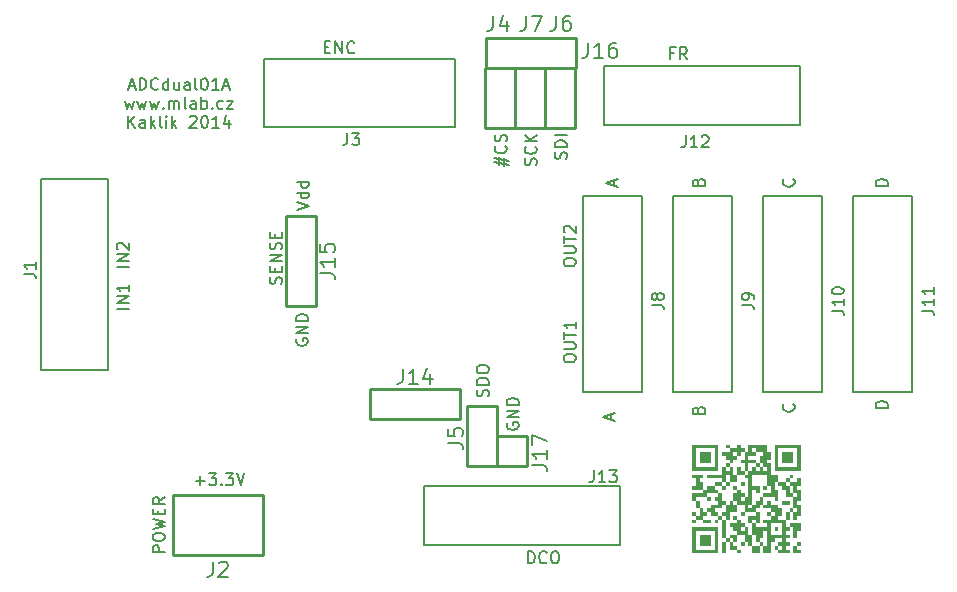
<source format=gto>
%FSLAX34Y34*%
G04 Gerber Fmt 3.4, Leading zero omitted, Abs format*
G04 (created by PCBNEW (2014-jan-25)-product) date Wed 19 Mar 2014 12:35:52 CET*
%MOIN*%
G01*
G70*
G90*
G04 APERTURE LIST*
%ADD10C,0.005906*%
%ADD11C,0.007874*%
%ADD12C,0.000100*%
%ADD13C,0.010000*%
%ADD14C,0.008000*%
G04 APERTURE END LIST*
G54D10*
G54D11*
X40891Y-40085D02*
X41078Y-40085D01*
X40853Y-40198D02*
X40985Y-39804D01*
X41116Y-40198D01*
X41247Y-40198D02*
X41247Y-39804D01*
X41341Y-39804D01*
X41397Y-39823D01*
X41435Y-39860D01*
X41453Y-39898D01*
X41472Y-39973D01*
X41472Y-40029D01*
X41453Y-40104D01*
X41435Y-40141D01*
X41397Y-40179D01*
X41341Y-40198D01*
X41247Y-40198D01*
X41866Y-40160D02*
X41847Y-40179D01*
X41791Y-40198D01*
X41753Y-40198D01*
X41697Y-40179D01*
X41660Y-40141D01*
X41641Y-40104D01*
X41622Y-40029D01*
X41622Y-39973D01*
X41641Y-39898D01*
X41660Y-39860D01*
X41697Y-39823D01*
X41753Y-39804D01*
X41791Y-39804D01*
X41847Y-39823D01*
X41866Y-39841D01*
X42203Y-40198D02*
X42203Y-39804D01*
X42203Y-40179D02*
X42166Y-40198D01*
X42091Y-40198D01*
X42053Y-40179D01*
X42035Y-40160D01*
X42016Y-40123D01*
X42016Y-40010D01*
X42035Y-39973D01*
X42053Y-39954D01*
X42091Y-39935D01*
X42166Y-39935D01*
X42203Y-39954D01*
X42560Y-39935D02*
X42560Y-40198D01*
X42391Y-39935D02*
X42391Y-40141D01*
X42410Y-40179D01*
X42447Y-40198D01*
X42503Y-40198D01*
X42541Y-40179D01*
X42560Y-40160D01*
X42916Y-40198D02*
X42916Y-39991D01*
X42897Y-39954D01*
X42859Y-39935D01*
X42784Y-39935D01*
X42747Y-39954D01*
X42916Y-40179D02*
X42878Y-40198D01*
X42784Y-40198D01*
X42747Y-40179D01*
X42728Y-40141D01*
X42728Y-40104D01*
X42747Y-40066D01*
X42784Y-40048D01*
X42878Y-40048D01*
X42916Y-40029D01*
X43159Y-40198D02*
X43122Y-40179D01*
X43103Y-40141D01*
X43103Y-39804D01*
X43384Y-39804D02*
X43422Y-39804D01*
X43459Y-39823D01*
X43478Y-39841D01*
X43497Y-39879D01*
X43516Y-39954D01*
X43516Y-40048D01*
X43497Y-40123D01*
X43478Y-40160D01*
X43459Y-40179D01*
X43422Y-40198D01*
X43384Y-40198D01*
X43347Y-40179D01*
X43328Y-40160D01*
X43309Y-40123D01*
X43291Y-40048D01*
X43291Y-39954D01*
X43309Y-39879D01*
X43328Y-39841D01*
X43347Y-39823D01*
X43384Y-39804D01*
X43891Y-40198D02*
X43666Y-40198D01*
X43778Y-40198D02*
X43778Y-39804D01*
X43741Y-39860D01*
X43703Y-39898D01*
X43666Y-39916D01*
X44041Y-40085D02*
X44228Y-40085D01*
X44003Y-40198D02*
X44134Y-39804D01*
X44266Y-40198D01*
X40760Y-40565D02*
X40835Y-40828D01*
X40910Y-40640D01*
X40985Y-40828D01*
X41060Y-40565D01*
X41172Y-40565D02*
X41247Y-40828D01*
X41322Y-40640D01*
X41397Y-40828D01*
X41472Y-40565D01*
X41585Y-40565D02*
X41660Y-40828D01*
X41735Y-40640D01*
X41810Y-40828D01*
X41885Y-40565D01*
X42035Y-40790D02*
X42053Y-40809D01*
X42035Y-40828D01*
X42016Y-40809D01*
X42035Y-40790D01*
X42035Y-40828D01*
X42222Y-40828D02*
X42222Y-40565D01*
X42222Y-40603D02*
X42241Y-40584D01*
X42278Y-40565D01*
X42335Y-40565D01*
X42372Y-40584D01*
X42391Y-40621D01*
X42391Y-40828D01*
X42391Y-40621D02*
X42410Y-40584D01*
X42447Y-40565D01*
X42503Y-40565D01*
X42541Y-40584D01*
X42560Y-40621D01*
X42560Y-40828D01*
X42803Y-40828D02*
X42766Y-40809D01*
X42747Y-40771D01*
X42747Y-40434D01*
X43122Y-40828D02*
X43122Y-40621D01*
X43103Y-40584D01*
X43066Y-40565D01*
X42991Y-40565D01*
X42953Y-40584D01*
X43122Y-40809D02*
X43084Y-40828D01*
X42991Y-40828D01*
X42953Y-40809D01*
X42934Y-40771D01*
X42934Y-40734D01*
X42953Y-40696D01*
X42991Y-40678D01*
X43084Y-40678D01*
X43122Y-40659D01*
X43309Y-40828D02*
X43309Y-40434D01*
X43309Y-40584D02*
X43347Y-40565D01*
X43422Y-40565D01*
X43459Y-40584D01*
X43478Y-40603D01*
X43497Y-40640D01*
X43497Y-40753D01*
X43478Y-40790D01*
X43459Y-40809D01*
X43422Y-40828D01*
X43347Y-40828D01*
X43309Y-40809D01*
X43666Y-40790D02*
X43684Y-40809D01*
X43666Y-40828D01*
X43647Y-40809D01*
X43666Y-40790D01*
X43666Y-40828D01*
X44022Y-40809D02*
X43984Y-40828D01*
X43909Y-40828D01*
X43872Y-40809D01*
X43853Y-40790D01*
X43834Y-40753D01*
X43834Y-40640D01*
X43853Y-40603D01*
X43872Y-40584D01*
X43909Y-40565D01*
X43984Y-40565D01*
X44022Y-40584D01*
X44153Y-40565D02*
X44359Y-40565D01*
X44153Y-40828D01*
X44359Y-40828D01*
X40863Y-41458D02*
X40863Y-41064D01*
X41088Y-41458D02*
X40919Y-41233D01*
X41088Y-41064D02*
X40863Y-41289D01*
X41425Y-41458D02*
X41425Y-41251D01*
X41407Y-41214D01*
X41369Y-41195D01*
X41294Y-41195D01*
X41257Y-41214D01*
X41425Y-41439D02*
X41388Y-41458D01*
X41294Y-41458D01*
X41257Y-41439D01*
X41238Y-41401D01*
X41238Y-41364D01*
X41257Y-41326D01*
X41294Y-41308D01*
X41388Y-41308D01*
X41425Y-41289D01*
X41613Y-41458D02*
X41613Y-41064D01*
X41650Y-41308D02*
X41763Y-41458D01*
X41763Y-41195D02*
X41613Y-41345D01*
X41988Y-41458D02*
X41950Y-41439D01*
X41931Y-41401D01*
X41931Y-41064D01*
X42138Y-41458D02*
X42138Y-41195D01*
X42138Y-41064D02*
X42119Y-41083D01*
X42138Y-41101D01*
X42156Y-41083D01*
X42138Y-41064D01*
X42138Y-41101D01*
X42325Y-41458D02*
X42325Y-41064D01*
X42363Y-41308D02*
X42475Y-41458D01*
X42475Y-41195D02*
X42325Y-41345D01*
X42925Y-41101D02*
X42944Y-41083D01*
X42981Y-41064D01*
X43075Y-41064D01*
X43113Y-41083D01*
X43131Y-41101D01*
X43150Y-41139D01*
X43150Y-41176D01*
X43131Y-41233D01*
X42906Y-41458D01*
X43150Y-41458D01*
X43394Y-41064D02*
X43431Y-41064D01*
X43469Y-41083D01*
X43488Y-41101D01*
X43506Y-41139D01*
X43525Y-41214D01*
X43525Y-41308D01*
X43506Y-41383D01*
X43488Y-41420D01*
X43469Y-41439D01*
X43431Y-41458D01*
X43394Y-41458D01*
X43356Y-41439D01*
X43338Y-41420D01*
X43319Y-41383D01*
X43300Y-41308D01*
X43300Y-41214D01*
X43319Y-41139D01*
X43338Y-41101D01*
X43356Y-41083D01*
X43394Y-41064D01*
X43900Y-41458D02*
X43675Y-41458D01*
X43787Y-41458D02*
X43787Y-41064D01*
X43750Y-41120D01*
X43712Y-41158D01*
X43675Y-41176D01*
X44237Y-41195D02*
X44237Y-41458D01*
X44144Y-41045D02*
X44050Y-41326D01*
X44294Y-41326D01*
X55459Y-42503D02*
X55478Y-42446D01*
X55478Y-42353D01*
X55459Y-42315D01*
X55440Y-42296D01*
X55403Y-42278D01*
X55365Y-42278D01*
X55328Y-42296D01*
X55309Y-42315D01*
X55290Y-42353D01*
X55271Y-42428D01*
X55253Y-42465D01*
X55234Y-42484D01*
X55196Y-42503D01*
X55159Y-42503D01*
X55121Y-42484D01*
X55103Y-42465D01*
X55084Y-42428D01*
X55084Y-42334D01*
X55103Y-42278D01*
X55478Y-42109D02*
X55084Y-42109D01*
X55084Y-42015D01*
X55103Y-41959D01*
X55140Y-41921D01*
X55178Y-41903D01*
X55253Y-41884D01*
X55309Y-41884D01*
X55384Y-41903D01*
X55421Y-41921D01*
X55459Y-41959D01*
X55478Y-42015D01*
X55478Y-42109D01*
X55478Y-41715D02*
X55084Y-41715D01*
X54459Y-42706D02*
X54478Y-42649D01*
X54478Y-42556D01*
X54459Y-42518D01*
X54440Y-42499D01*
X54403Y-42481D01*
X54365Y-42481D01*
X54328Y-42499D01*
X54309Y-42518D01*
X54290Y-42556D01*
X54271Y-42631D01*
X54253Y-42668D01*
X54234Y-42687D01*
X54196Y-42706D01*
X54159Y-42706D01*
X54121Y-42687D01*
X54103Y-42668D01*
X54084Y-42631D01*
X54084Y-42537D01*
X54103Y-42481D01*
X54440Y-42087D02*
X54459Y-42106D01*
X54478Y-42162D01*
X54478Y-42199D01*
X54459Y-42256D01*
X54421Y-42293D01*
X54384Y-42312D01*
X54309Y-42331D01*
X54253Y-42331D01*
X54178Y-42312D01*
X54140Y-42293D01*
X54103Y-42256D01*
X54084Y-42199D01*
X54084Y-42162D01*
X54103Y-42106D01*
X54121Y-42087D01*
X54478Y-41918D02*
X54084Y-41918D01*
X54478Y-41693D02*
X54253Y-41862D01*
X54084Y-41693D02*
X54309Y-41918D01*
X53215Y-42706D02*
X53215Y-42424D01*
X53046Y-42593D02*
X53553Y-42706D01*
X53384Y-42462D02*
X53384Y-42743D01*
X53553Y-42574D02*
X53046Y-42462D01*
X53440Y-42068D02*
X53459Y-42087D01*
X53478Y-42143D01*
X53478Y-42181D01*
X53459Y-42237D01*
X53421Y-42274D01*
X53384Y-42293D01*
X53309Y-42312D01*
X53253Y-42312D01*
X53178Y-42293D01*
X53140Y-42274D01*
X53103Y-42237D01*
X53084Y-42181D01*
X53084Y-42143D01*
X53103Y-42087D01*
X53121Y-42068D01*
X53459Y-41918D02*
X53478Y-41862D01*
X53478Y-41768D01*
X53459Y-41731D01*
X53440Y-41712D01*
X53403Y-41693D01*
X53365Y-41693D01*
X53328Y-41712D01*
X53309Y-41731D01*
X53290Y-41768D01*
X53271Y-41843D01*
X53253Y-41881D01*
X53234Y-41900D01*
X53196Y-41918D01*
X53159Y-41918D01*
X53121Y-41900D01*
X53103Y-41881D01*
X53084Y-41843D01*
X53084Y-41750D01*
X53103Y-41693D01*
X52859Y-50415D02*
X52878Y-50359D01*
X52878Y-50265D01*
X52859Y-50228D01*
X52840Y-50209D01*
X52803Y-50190D01*
X52765Y-50190D01*
X52728Y-50209D01*
X52709Y-50228D01*
X52690Y-50265D01*
X52671Y-50340D01*
X52653Y-50378D01*
X52634Y-50396D01*
X52596Y-50415D01*
X52559Y-50415D01*
X52521Y-50396D01*
X52503Y-50378D01*
X52484Y-50340D01*
X52484Y-50246D01*
X52503Y-50190D01*
X52878Y-50021D02*
X52484Y-50021D01*
X52484Y-49928D01*
X52503Y-49871D01*
X52540Y-49834D01*
X52578Y-49815D01*
X52653Y-49796D01*
X52709Y-49796D01*
X52784Y-49815D01*
X52821Y-49834D01*
X52859Y-49871D01*
X52878Y-49928D01*
X52878Y-50021D01*
X52484Y-49553D02*
X52484Y-49478D01*
X52503Y-49440D01*
X52540Y-49403D01*
X52615Y-49384D01*
X52746Y-49384D01*
X52821Y-49403D01*
X52859Y-49440D01*
X52878Y-49478D01*
X52878Y-49553D01*
X52859Y-49590D01*
X52821Y-49628D01*
X52746Y-49646D01*
X52615Y-49646D01*
X52540Y-49628D01*
X52503Y-49590D01*
X52484Y-49553D01*
X66178Y-50803D02*
X65784Y-50803D01*
X65784Y-50709D01*
X65803Y-50653D01*
X65840Y-50615D01*
X65878Y-50596D01*
X65953Y-50578D01*
X66009Y-50578D01*
X66084Y-50596D01*
X66121Y-50615D01*
X66159Y-50653D01*
X66178Y-50709D01*
X66178Y-50803D01*
X63040Y-50678D02*
X63059Y-50696D01*
X63078Y-50753D01*
X63078Y-50790D01*
X63059Y-50846D01*
X63021Y-50884D01*
X62984Y-50903D01*
X62909Y-50921D01*
X62853Y-50921D01*
X62778Y-50903D01*
X62740Y-50884D01*
X62703Y-50846D01*
X62684Y-50790D01*
X62684Y-50753D01*
X62703Y-50696D01*
X62721Y-50678D01*
X59871Y-50871D02*
X59890Y-50815D01*
X59909Y-50796D01*
X59946Y-50778D01*
X60003Y-50778D01*
X60040Y-50796D01*
X60059Y-50815D01*
X60078Y-50853D01*
X60078Y-51003D01*
X59684Y-51003D01*
X59684Y-50871D01*
X59703Y-50834D01*
X59721Y-50815D01*
X59759Y-50796D01*
X59796Y-50796D01*
X59834Y-50815D01*
X59853Y-50834D01*
X59871Y-50871D01*
X59871Y-51003D01*
X56965Y-51193D02*
X56965Y-51006D01*
X57078Y-51231D02*
X56684Y-51100D01*
X57078Y-50968D01*
X66178Y-43403D02*
X65784Y-43403D01*
X65784Y-43309D01*
X65803Y-43253D01*
X65840Y-43215D01*
X65878Y-43196D01*
X65953Y-43178D01*
X66009Y-43178D01*
X66084Y-43196D01*
X66121Y-43215D01*
X66159Y-43253D01*
X66178Y-43309D01*
X66178Y-43403D01*
X63040Y-43178D02*
X63059Y-43196D01*
X63078Y-43253D01*
X63078Y-43290D01*
X63059Y-43346D01*
X63021Y-43384D01*
X62984Y-43403D01*
X62909Y-43421D01*
X62853Y-43421D01*
X62778Y-43403D01*
X62740Y-43384D01*
X62703Y-43346D01*
X62684Y-43290D01*
X62684Y-43253D01*
X62703Y-43196D01*
X62721Y-43178D01*
X59871Y-43271D02*
X59890Y-43215D01*
X59909Y-43196D01*
X59946Y-43178D01*
X60003Y-43178D01*
X60040Y-43196D01*
X60059Y-43215D01*
X60078Y-43253D01*
X60078Y-43403D01*
X59684Y-43403D01*
X59684Y-43271D01*
X59703Y-43234D01*
X59721Y-43215D01*
X59759Y-43196D01*
X59796Y-43196D01*
X59834Y-43215D01*
X59853Y-43234D01*
X59871Y-43271D01*
X59871Y-43403D01*
X57065Y-43393D02*
X57065Y-43206D01*
X57178Y-43431D02*
X56784Y-43300D01*
X57178Y-43168D01*
X55384Y-45981D02*
X55384Y-45906D01*
X55403Y-45868D01*
X55440Y-45831D01*
X55515Y-45812D01*
X55646Y-45812D01*
X55721Y-45831D01*
X55759Y-45868D01*
X55778Y-45906D01*
X55778Y-45981D01*
X55759Y-46018D01*
X55721Y-46056D01*
X55646Y-46074D01*
X55515Y-46074D01*
X55440Y-46056D01*
X55403Y-46018D01*
X55384Y-45981D01*
X55384Y-45643D02*
X55703Y-45643D01*
X55740Y-45624D01*
X55759Y-45606D01*
X55778Y-45568D01*
X55778Y-45493D01*
X55759Y-45456D01*
X55740Y-45437D01*
X55703Y-45418D01*
X55384Y-45418D01*
X55384Y-45287D02*
X55384Y-45062D01*
X55778Y-45175D02*
X55384Y-45175D01*
X55421Y-44950D02*
X55403Y-44931D01*
X55384Y-44893D01*
X55384Y-44800D01*
X55403Y-44762D01*
X55421Y-44743D01*
X55459Y-44725D01*
X55496Y-44725D01*
X55553Y-44743D01*
X55778Y-44968D01*
X55778Y-44725D01*
X55384Y-49181D02*
X55384Y-49106D01*
X55403Y-49068D01*
X55440Y-49031D01*
X55515Y-49012D01*
X55646Y-49012D01*
X55721Y-49031D01*
X55759Y-49068D01*
X55778Y-49106D01*
X55778Y-49181D01*
X55759Y-49218D01*
X55721Y-49256D01*
X55646Y-49274D01*
X55515Y-49274D01*
X55440Y-49256D01*
X55403Y-49218D01*
X55384Y-49181D01*
X55384Y-48843D02*
X55703Y-48843D01*
X55740Y-48824D01*
X55759Y-48806D01*
X55778Y-48768D01*
X55778Y-48693D01*
X55759Y-48656D01*
X55740Y-48637D01*
X55703Y-48618D01*
X55384Y-48618D01*
X55384Y-48487D02*
X55384Y-48262D01*
X55778Y-48375D02*
X55384Y-48375D01*
X55778Y-47925D02*
X55778Y-48150D01*
X55778Y-48037D02*
X55384Y-48037D01*
X55440Y-48075D01*
X55478Y-48112D01*
X55496Y-48150D01*
X40878Y-46093D02*
X40484Y-46093D01*
X40878Y-45906D02*
X40484Y-45906D01*
X40878Y-45681D01*
X40484Y-45681D01*
X40521Y-45512D02*
X40503Y-45493D01*
X40484Y-45456D01*
X40484Y-45362D01*
X40503Y-45325D01*
X40521Y-45306D01*
X40559Y-45287D01*
X40596Y-45287D01*
X40653Y-45306D01*
X40878Y-45531D01*
X40878Y-45287D01*
X40878Y-47493D02*
X40484Y-47493D01*
X40878Y-47306D02*
X40484Y-47306D01*
X40878Y-47081D01*
X40484Y-47081D01*
X40878Y-46687D02*
X40878Y-46912D01*
X40878Y-46800D02*
X40484Y-46800D01*
X40540Y-46837D01*
X40578Y-46875D01*
X40596Y-46912D01*
X46484Y-44187D02*
X46878Y-44056D01*
X46484Y-43924D01*
X46878Y-43625D02*
X46484Y-43625D01*
X46859Y-43625D02*
X46878Y-43662D01*
X46878Y-43737D01*
X46859Y-43774D01*
X46840Y-43793D01*
X46803Y-43812D01*
X46690Y-43812D01*
X46653Y-43793D01*
X46634Y-43774D01*
X46615Y-43737D01*
X46615Y-43662D01*
X46634Y-43625D01*
X46878Y-43268D02*
X46484Y-43268D01*
X46859Y-43268D02*
X46878Y-43306D01*
X46878Y-43381D01*
X46859Y-43418D01*
X46840Y-43437D01*
X46803Y-43456D01*
X46690Y-43456D01*
X46653Y-43437D01*
X46634Y-43418D01*
X46615Y-43381D01*
X46615Y-43306D01*
X46634Y-43268D01*
X46488Y-48499D02*
X46469Y-48537D01*
X46469Y-48593D01*
X46488Y-48649D01*
X46525Y-48687D01*
X46563Y-48706D01*
X46638Y-48724D01*
X46694Y-48724D01*
X46769Y-48706D01*
X46806Y-48687D01*
X46844Y-48649D01*
X46863Y-48593D01*
X46863Y-48556D01*
X46844Y-48499D01*
X46825Y-48481D01*
X46694Y-48481D01*
X46694Y-48556D01*
X46863Y-48312D02*
X46469Y-48312D01*
X46863Y-48087D01*
X46469Y-48087D01*
X46863Y-47900D02*
X46469Y-47900D01*
X46469Y-47806D01*
X46488Y-47750D01*
X46525Y-47712D01*
X46563Y-47693D01*
X46638Y-47675D01*
X46694Y-47675D01*
X46769Y-47693D01*
X46806Y-47712D01*
X46844Y-47750D01*
X46863Y-47806D01*
X46863Y-47900D01*
X45959Y-46662D02*
X45978Y-46606D01*
X45978Y-46512D01*
X45959Y-46474D01*
X45940Y-46456D01*
X45903Y-46437D01*
X45865Y-46437D01*
X45828Y-46456D01*
X45809Y-46474D01*
X45790Y-46512D01*
X45771Y-46587D01*
X45753Y-46624D01*
X45734Y-46643D01*
X45696Y-46662D01*
X45659Y-46662D01*
X45621Y-46643D01*
X45603Y-46624D01*
X45584Y-46587D01*
X45584Y-46493D01*
X45603Y-46437D01*
X45771Y-46268D02*
X45771Y-46137D01*
X45978Y-46081D02*
X45978Y-46268D01*
X45584Y-46268D01*
X45584Y-46081D01*
X45978Y-45912D02*
X45584Y-45912D01*
X45978Y-45687D01*
X45584Y-45687D01*
X45959Y-45518D02*
X45978Y-45462D01*
X45978Y-45368D01*
X45959Y-45331D01*
X45940Y-45312D01*
X45903Y-45293D01*
X45865Y-45293D01*
X45828Y-45312D01*
X45809Y-45331D01*
X45790Y-45368D01*
X45771Y-45443D01*
X45753Y-45481D01*
X45734Y-45500D01*
X45696Y-45518D01*
X45659Y-45518D01*
X45621Y-45500D01*
X45603Y-45481D01*
X45584Y-45443D01*
X45584Y-45350D01*
X45603Y-45293D01*
X45771Y-45125D02*
X45771Y-44993D01*
X45978Y-44937D02*
X45978Y-45125D01*
X45584Y-45125D01*
X45584Y-44937D01*
X43112Y-53228D02*
X43412Y-53228D01*
X43262Y-53378D02*
X43262Y-53078D01*
X43562Y-52984D02*
X43806Y-52984D01*
X43675Y-53134D01*
X43731Y-53134D01*
X43768Y-53153D01*
X43787Y-53171D01*
X43806Y-53209D01*
X43806Y-53303D01*
X43787Y-53340D01*
X43768Y-53359D01*
X43731Y-53378D01*
X43618Y-53378D01*
X43581Y-53359D01*
X43562Y-53340D01*
X43974Y-53340D02*
X43993Y-53359D01*
X43974Y-53378D01*
X43956Y-53359D01*
X43974Y-53340D01*
X43974Y-53378D01*
X44124Y-52984D02*
X44368Y-52984D01*
X44237Y-53134D01*
X44293Y-53134D01*
X44331Y-53153D01*
X44349Y-53171D01*
X44368Y-53209D01*
X44368Y-53303D01*
X44349Y-53340D01*
X44331Y-53359D01*
X44293Y-53378D01*
X44181Y-53378D01*
X44143Y-53359D01*
X44124Y-53340D01*
X44481Y-52984D02*
X44612Y-53378D01*
X44743Y-52984D01*
X42078Y-55609D02*
X41684Y-55609D01*
X41684Y-55459D01*
X41703Y-55421D01*
X41721Y-55403D01*
X41759Y-55384D01*
X41815Y-55384D01*
X41853Y-55403D01*
X41871Y-55421D01*
X41890Y-55459D01*
X41890Y-55609D01*
X41684Y-55140D02*
X41684Y-55065D01*
X41703Y-55028D01*
X41740Y-54990D01*
X41815Y-54971D01*
X41946Y-54971D01*
X42021Y-54990D01*
X42059Y-55028D01*
X42078Y-55065D01*
X42078Y-55140D01*
X42059Y-55178D01*
X42021Y-55215D01*
X41946Y-55234D01*
X41815Y-55234D01*
X41740Y-55215D01*
X41703Y-55178D01*
X41684Y-55140D01*
X41684Y-54840D02*
X42078Y-54746D01*
X41796Y-54671D01*
X42078Y-54596D01*
X41684Y-54503D01*
X41871Y-54353D02*
X41871Y-54221D01*
X42078Y-54165D02*
X42078Y-54353D01*
X41684Y-54353D01*
X41684Y-54165D01*
X42078Y-53771D02*
X41890Y-53903D01*
X42078Y-53996D02*
X41684Y-53996D01*
X41684Y-53846D01*
X41703Y-53809D01*
X41721Y-53790D01*
X41759Y-53771D01*
X41815Y-53771D01*
X41853Y-53790D01*
X41871Y-53809D01*
X41890Y-53846D01*
X41890Y-53996D01*
X47412Y-38771D02*
X47543Y-38771D01*
X47600Y-38978D02*
X47412Y-38978D01*
X47412Y-38584D01*
X47600Y-38584D01*
X47768Y-38978D02*
X47768Y-38584D01*
X47993Y-38978D01*
X47993Y-38584D01*
X48406Y-38940D02*
X48387Y-38959D01*
X48331Y-38978D01*
X48293Y-38978D01*
X48237Y-38959D01*
X48199Y-38921D01*
X48181Y-38884D01*
X48162Y-38809D01*
X48162Y-38753D01*
X48181Y-38678D01*
X48199Y-38640D01*
X48237Y-38603D01*
X48293Y-38584D01*
X48331Y-38584D01*
X48387Y-38603D01*
X48406Y-38621D01*
X54193Y-55978D02*
X54193Y-55584D01*
X54287Y-55584D01*
X54343Y-55603D01*
X54381Y-55640D01*
X54400Y-55678D01*
X54418Y-55753D01*
X54418Y-55809D01*
X54400Y-55884D01*
X54381Y-55921D01*
X54343Y-55959D01*
X54287Y-55978D01*
X54193Y-55978D01*
X54812Y-55940D02*
X54793Y-55959D01*
X54737Y-55978D01*
X54700Y-55978D01*
X54643Y-55959D01*
X54606Y-55921D01*
X54587Y-55884D01*
X54568Y-55809D01*
X54568Y-55753D01*
X54587Y-55678D01*
X54606Y-55640D01*
X54643Y-55603D01*
X54700Y-55584D01*
X54737Y-55584D01*
X54793Y-55603D01*
X54812Y-55621D01*
X55056Y-55584D02*
X55131Y-55584D01*
X55168Y-55603D01*
X55206Y-55640D01*
X55224Y-55715D01*
X55224Y-55846D01*
X55206Y-55921D01*
X55168Y-55959D01*
X55131Y-55978D01*
X55056Y-55978D01*
X55018Y-55959D01*
X54981Y-55921D01*
X54962Y-55846D01*
X54962Y-55715D01*
X54981Y-55640D01*
X55018Y-55603D01*
X55056Y-55584D01*
X59059Y-38971D02*
X58928Y-38971D01*
X58928Y-39178D02*
X58928Y-38784D01*
X59115Y-38784D01*
X59490Y-39178D02*
X59359Y-38990D01*
X59265Y-39178D02*
X59265Y-38784D01*
X59415Y-38784D01*
X59453Y-38803D01*
X59471Y-38821D01*
X59490Y-38859D01*
X59490Y-38915D01*
X59471Y-38953D01*
X59453Y-38971D01*
X59415Y-38990D01*
X59265Y-38990D01*
X53503Y-51299D02*
X53484Y-51337D01*
X53484Y-51393D01*
X53503Y-51449D01*
X53540Y-51487D01*
X53578Y-51506D01*
X53653Y-51524D01*
X53709Y-51524D01*
X53784Y-51506D01*
X53821Y-51487D01*
X53859Y-51449D01*
X53878Y-51393D01*
X53878Y-51356D01*
X53859Y-51299D01*
X53840Y-51281D01*
X53709Y-51281D01*
X53709Y-51356D01*
X53878Y-51112D02*
X53484Y-51112D01*
X53878Y-50887D01*
X53484Y-50887D01*
X53878Y-50700D02*
X53484Y-50700D01*
X53484Y-50606D01*
X53503Y-50550D01*
X53540Y-50512D01*
X53578Y-50493D01*
X53653Y-50475D01*
X53709Y-50475D01*
X53784Y-50493D01*
X53821Y-50512D01*
X53859Y-50550D01*
X53878Y-50606D01*
X53878Y-50700D01*
G54D12*
G36*
X60537Y-55647D02*
X60412Y-55647D01*
X60412Y-55522D01*
X60412Y-55209D01*
X60412Y-54897D01*
X60099Y-54897D01*
X59787Y-54897D01*
X59787Y-55209D01*
X59787Y-55522D01*
X60099Y-55522D01*
X60412Y-55522D01*
X60412Y-55647D01*
X60099Y-55647D01*
X59662Y-55647D01*
X59662Y-55209D01*
X59662Y-54772D01*
X60099Y-54772D01*
X60537Y-54772D01*
X60537Y-55209D01*
X60537Y-55647D01*
X60537Y-55647D01*
X60537Y-55647D01*
G37*
G36*
X59787Y-54397D02*
X59724Y-54397D01*
X59662Y-54397D01*
X59662Y-54334D01*
X59662Y-54272D01*
X59724Y-54272D01*
X59787Y-54272D01*
X59787Y-54334D01*
X59787Y-54397D01*
X59787Y-54397D01*
X59787Y-54397D01*
G37*
G36*
X59787Y-54647D02*
X59724Y-54647D01*
X59662Y-54647D01*
X59662Y-54584D01*
X59662Y-54522D01*
X59724Y-54522D01*
X59787Y-54522D01*
X59787Y-54584D01*
X59787Y-54647D01*
X59787Y-54647D01*
X59787Y-54647D01*
G37*
G36*
X59912Y-54147D02*
X59849Y-54147D01*
X59787Y-54147D01*
X59787Y-54022D01*
X59787Y-53897D01*
X59849Y-53897D01*
X59912Y-53897D01*
X59912Y-54022D01*
X59912Y-54147D01*
X59912Y-54147D01*
X59912Y-54147D01*
G37*
G36*
X60037Y-53522D02*
X59849Y-53522D01*
X59662Y-53522D01*
X59662Y-53459D01*
X59662Y-53397D01*
X59724Y-53397D01*
X59787Y-53397D01*
X59787Y-53272D01*
X59787Y-53147D01*
X59724Y-53147D01*
X59662Y-53147D01*
X59662Y-53084D01*
X59662Y-53022D01*
X59849Y-53022D01*
X60037Y-53022D01*
X60037Y-53084D01*
X60037Y-53147D01*
X59974Y-53147D01*
X59912Y-53147D01*
X59912Y-53209D01*
X59912Y-53272D01*
X59974Y-53272D01*
X60037Y-53272D01*
X60037Y-53397D01*
X60037Y-53522D01*
X60037Y-53522D01*
X60037Y-53522D01*
G37*
G36*
X60162Y-54397D02*
X60099Y-54397D01*
X60037Y-54397D01*
X60037Y-54459D01*
X60037Y-54522D01*
X59912Y-54522D01*
X59787Y-54522D01*
X59787Y-54459D01*
X59787Y-54397D01*
X59849Y-54397D01*
X59912Y-54397D01*
X59912Y-54272D01*
X59912Y-54147D01*
X59974Y-54147D01*
X60037Y-54147D01*
X60037Y-54209D01*
X60037Y-54272D01*
X60099Y-54272D01*
X60162Y-54272D01*
X60162Y-54334D01*
X60162Y-54397D01*
X60162Y-54397D01*
X60162Y-54397D01*
G37*
G36*
X60287Y-54647D02*
X60162Y-54647D01*
X60037Y-54647D01*
X60037Y-54584D01*
X60037Y-54522D01*
X60162Y-54522D01*
X60287Y-54522D01*
X60287Y-54584D01*
X60287Y-54647D01*
X60287Y-54647D01*
X60287Y-54647D01*
G37*
G36*
X60537Y-53647D02*
X60349Y-53647D01*
X60162Y-53647D01*
X60162Y-53709D01*
X60162Y-53772D01*
X59974Y-53772D01*
X59787Y-53772D01*
X59787Y-53834D01*
X59787Y-53897D01*
X59724Y-53897D01*
X59662Y-53897D01*
X59662Y-53772D01*
X59662Y-53647D01*
X59849Y-53647D01*
X60037Y-53647D01*
X60037Y-53584D01*
X60037Y-53522D01*
X60099Y-53522D01*
X60162Y-53522D01*
X60162Y-53459D01*
X60162Y-53397D01*
X60287Y-53397D01*
X60412Y-53397D01*
X60412Y-53459D01*
X60412Y-53522D01*
X60474Y-53522D01*
X60537Y-53522D01*
X60537Y-53584D01*
X60537Y-53647D01*
X60537Y-53647D01*
X60537Y-53647D01*
G37*
G36*
X60537Y-54647D02*
X60474Y-54647D01*
X60412Y-54647D01*
X60412Y-54584D01*
X60412Y-54522D01*
X60474Y-54522D01*
X60537Y-54522D01*
X60537Y-54584D01*
X60537Y-54647D01*
X60537Y-54647D01*
X60537Y-54647D01*
G37*
G36*
X60662Y-53397D02*
X60537Y-53397D01*
X60412Y-53397D01*
X60412Y-53334D01*
X60412Y-53272D01*
X60537Y-53272D01*
X60662Y-53272D01*
X60662Y-53334D01*
X60662Y-53397D01*
X60662Y-53397D01*
X60662Y-53397D01*
G37*
G36*
X60662Y-54522D02*
X60599Y-54522D01*
X60537Y-54522D01*
X60537Y-54459D01*
X60537Y-54397D01*
X60599Y-54397D01*
X60662Y-54397D01*
X60662Y-54459D01*
X60662Y-54522D01*
X60662Y-54522D01*
X60662Y-54522D01*
G37*
G36*
X60787Y-54022D02*
X60724Y-54022D01*
X60662Y-54022D01*
X60662Y-54084D01*
X60662Y-54147D01*
X60537Y-54147D01*
X60412Y-54147D01*
X60412Y-54209D01*
X60412Y-54272D01*
X60474Y-54272D01*
X60537Y-54272D01*
X60537Y-54334D01*
X60537Y-54397D01*
X60412Y-54397D01*
X60287Y-54397D01*
X60287Y-54334D01*
X60287Y-54272D01*
X60224Y-54272D01*
X60162Y-54272D01*
X60162Y-54209D01*
X60162Y-54147D01*
X60224Y-54147D01*
X60287Y-54147D01*
X60287Y-54084D01*
X60287Y-54022D01*
X60412Y-54022D01*
X60537Y-54022D01*
X60537Y-53959D01*
X60537Y-53897D01*
X60474Y-53897D01*
X60412Y-53897D01*
X60412Y-53834D01*
X60412Y-53772D01*
X60474Y-53772D01*
X60537Y-53772D01*
X60537Y-53709D01*
X60537Y-53647D01*
X60599Y-53647D01*
X60662Y-53647D01*
X60662Y-53772D01*
X60662Y-53897D01*
X60724Y-53897D01*
X60787Y-53897D01*
X60787Y-53959D01*
X60787Y-54022D01*
X60787Y-54022D01*
X60787Y-54022D01*
G37*
G36*
X60787Y-55147D02*
X60724Y-55147D01*
X60662Y-55147D01*
X60662Y-54834D01*
X60662Y-54522D01*
X60724Y-54522D01*
X60787Y-54522D01*
X60787Y-54834D01*
X60787Y-55147D01*
X60787Y-55147D01*
X60787Y-55147D01*
G37*
G36*
X60787Y-55647D02*
X60724Y-55647D01*
X60662Y-55647D01*
X60662Y-55459D01*
X60662Y-55272D01*
X60724Y-55272D01*
X60787Y-55272D01*
X60787Y-55459D01*
X60787Y-55647D01*
X60787Y-55647D01*
X60787Y-55647D01*
G37*
G36*
X60912Y-52147D02*
X60849Y-52147D01*
X60787Y-52147D01*
X60787Y-52084D01*
X60787Y-52022D01*
X60849Y-52022D01*
X60912Y-52022D01*
X60912Y-52084D01*
X60912Y-52147D01*
X60912Y-52147D01*
X60912Y-52147D01*
G37*
G36*
X60912Y-52772D02*
X60849Y-52772D01*
X60787Y-52772D01*
X60787Y-52709D01*
X60787Y-52647D01*
X60849Y-52647D01*
X60912Y-52647D01*
X60912Y-52709D01*
X60912Y-52772D01*
X60912Y-52772D01*
X60912Y-52772D01*
G37*
G36*
X60912Y-55272D02*
X60849Y-55272D01*
X60787Y-55272D01*
X60787Y-55209D01*
X60787Y-55147D01*
X60849Y-55147D01*
X60912Y-55147D01*
X60912Y-55209D01*
X60912Y-55272D01*
X60912Y-55272D01*
X60912Y-55272D01*
G37*
G36*
X61162Y-53272D02*
X61037Y-53272D01*
X60912Y-53272D01*
X60912Y-53147D01*
X60912Y-53022D01*
X60849Y-53022D01*
X60787Y-53022D01*
X60787Y-53147D01*
X60787Y-53272D01*
X60724Y-53272D01*
X60662Y-53272D01*
X60662Y-53209D01*
X60662Y-53147D01*
X60412Y-53147D01*
X60162Y-53147D01*
X60162Y-53084D01*
X60162Y-53022D01*
X60412Y-53022D01*
X60662Y-53022D01*
X60662Y-52897D01*
X60662Y-52772D01*
X60724Y-52772D01*
X60787Y-52772D01*
X60787Y-52834D01*
X60787Y-52897D01*
X60849Y-52897D01*
X60912Y-52897D01*
X60912Y-52834D01*
X60912Y-52772D01*
X60974Y-52772D01*
X61037Y-52772D01*
X61037Y-52897D01*
X61037Y-53022D01*
X61099Y-53022D01*
X61162Y-53022D01*
X61162Y-53147D01*
X61162Y-53272D01*
X61162Y-53272D01*
X61162Y-53272D01*
G37*
G36*
X61162Y-55272D02*
X61099Y-55272D01*
X61037Y-55272D01*
X61037Y-55209D01*
X61037Y-55147D01*
X60974Y-55147D01*
X60912Y-55147D01*
X60912Y-55084D01*
X60912Y-55022D01*
X61037Y-55022D01*
X61162Y-55022D01*
X61162Y-55147D01*
X61162Y-55272D01*
X61162Y-55272D01*
X61162Y-55272D01*
G37*
G36*
X61162Y-55522D02*
X61037Y-55522D01*
X60912Y-55522D01*
X60912Y-55397D01*
X60912Y-55272D01*
X60974Y-55272D01*
X61037Y-55272D01*
X61037Y-55334D01*
X61037Y-55397D01*
X61099Y-55397D01*
X61162Y-55397D01*
X61162Y-55459D01*
X61162Y-55522D01*
X61162Y-55522D01*
X61162Y-55522D01*
G37*
G36*
X61287Y-55647D02*
X61224Y-55647D01*
X61162Y-55647D01*
X61162Y-55584D01*
X61162Y-55522D01*
X61224Y-55522D01*
X61287Y-55522D01*
X61287Y-55584D01*
X61287Y-55647D01*
X61287Y-55647D01*
X61287Y-55647D01*
G37*
G36*
X61412Y-52272D02*
X61349Y-52272D01*
X61287Y-52272D01*
X61287Y-52334D01*
X61287Y-52397D01*
X61224Y-52397D01*
X61162Y-52397D01*
X61162Y-52334D01*
X61162Y-52272D01*
X61099Y-52272D01*
X61037Y-52272D01*
X61037Y-52334D01*
X61037Y-52397D01*
X61099Y-52397D01*
X61162Y-52397D01*
X61162Y-52459D01*
X61162Y-52522D01*
X61099Y-52522D01*
X61037Y-52522D01*
X61037Y-52584D01*
X61037Y-52647D01*
X60974Y-52647D01*
X60912Y-52647D01*
X60912Y-52584D01*
X60912Y-52522D01*
X60849Y-52522D01*
X60787Y-52522D01*
X60787Y-52459D01*
X60787Y-52397D01*
X60724Y-52397D01*
X60662Y-52397D01*
X60662Y-52334D01*
X60662Y-52272D01*
X60787Y-52272D01*
X60912Y-52272D01*
X60912Y-52209D01*
X60912Y-52147D01*
X61037Y-52147D01*
X61162Y-52147D01*
X61162Y-52084D01*
X61162Y-52022D01*
X61224Y-52022D01*
X61287Y-52022D01*
X61287Y-52084D01*
X61287Y-52147D01*
X61349Y-52147D01*
X61412Y-52147D01*
X61412Y-52209D01*
X61412Y-52272D01*
X61412Y-52272D01*
X61412Y-52272D01*
G37*
G36*
X61412Y-55397D02*
X61349Y-55397D01*
X61287Y-55397D01*
X61287Y-55334D01*
X61287Y-55272D01*
X61349Y-55272D01*
X61412Y-55272D01*
X61412Y-55334D01*
X61412Y-55397D01*
X61412Y-55397D01*
X61412Y-55397D01*
G37*
G36*
X61662Y-55397D02*
X61599Y-55397D01*
X61537Y-55397D01*
X61537Y-55334D01*
X61537Y-55272D01*
X61474Y-55272D01*
X61412Y-55272D01*
X61412Y-55147D01*
X61412Y-55022D01*
X61287Y-55022D01*
X61162Y-55022D01*
X61162Y-54959D01*
X61162Y-54897D01*
X61099Y-54897D01*
X61037Y-54897D01*
X61037Y-54834D01*
X61037Y-54772D01*
X60974Y-54772D01*
X60912Y-54772D01*
X60912Y-54709D01*
X60912Y-54647D01*
X61037Y-54647D01*
X61162Y-54647D01*
X61162Y-54584D01*
X61162Y-54522D01*
X61224Y-54522D01*
X61287Y-54522D01*
X61287Y-54584D01*
X61287Y-54647D01*
X61349Y-54647D01*
X61412Y-54647D01*
X61412Y-54709D01*
X61412Y-54772D01*
X61349Y-54772D01*
X61287Y-54772D01*
X61287Y-54834D01*
X61287Y-54897D01*
X61349Y-54897D01*
X61412Y-54897D01*
X61412Y-54834D01*
X61412Y-54772D01*
X61474Y-54772D01*
X61537Y-54772D01*
X61537Y-54897D01*
X61537Y-55022D01*
X61599Y-55022D01*
X61662Y-55022D01*
X61662Y-55209D01*
X61662Y-55397D01*
X61662Y-55397D01*
X61662Y-55397D01*
G37*
G36*
X61912Y-55647D02*
X61787Y-55647D01*
X61662Y-55647D01*
X61662Y-55522D01*
X61662Y-55397D01*
X61787Y-55397D01*
X61912Y-55397D01*
X61912Y-55522D01*
X61912Y-55647D01*
X61912Y-55647D01*
X61912Y-55647D01*
G37*
G36*
X62037Y-55397D02*
X61974Y-55397D01*
X61912Y-55397D01*
X61912Y-55334D01*
X61912Y-55272D01*
X61974Y-55272D01*
X62037Y-55272D01*
X62037Y-55334D01*
X62037Y-55397D01*
X62037Y-55397D01*
X62037Y-55397D01*
G37*
G36*
X62537Y-53897D02*
X62474Y-53897D01*
X62412Y-53897D01*
X62412Y-53834D01*
X62412Y-53772D01*
X62224Y-53772D01*
X62037Y-53772D01*
X62037Y-53709D01*
X62037Y-53647D01*
X62162Y-53647D01*
X62287Y-53647D01*
X62287Y-53522D01*
X62287Y-53397D01*
X62224Y-53397D01*
X62162Y-53397D01*
X62162Y-53209D01*
X62162Y-53022D01*
X61912Y-53022D01*
X61662Y-53022D01*
X61662Y-53209D01*
X61662Y-53397D01*
X61787Y-53397D01*
X61912Y-53397D01*
X61912Y-53522D01*
X61912Y-53647D01*
X61849Y-53647D01*
X61787Y-53647D01*
X61787Y-53584D01*
X61787Y-53522D01*
X61724Y-53522D01*
X61662Y-53522D01*
X61662Y-53772D01*
X61662Y-54022D01*
X61599Y-54022D01*
X61537Y-54022D01*
X61537Y-54084D01*
X61537Y-54147D01*
X61599Y-54147D01*
X61662Y-54147D01*
X61662Y-54084D01*
X61662Y-54022D01*
X61724Y-54022D01*
X61787Y-54022D01*
X61787Y-53959D01*
X61787Y-53897D01*
X61849Y-53897D01*
X61912Y-53897D01*
X61912Y-53834D01*
X61912Y-53772D01*
X61974Y-53772D01*
X62037Y-53772D01*
X62037Y-53897D01*
X62037Y-54022D01*
X61974Y-54022D01*
X61912Y-54022D01*
X61912Y-54084D01*
X61912Y-54147D01*
X61849Y-54147D01*
X61787Y-54147D01*
X61787Y-54209D01*
X61787Y-54272D01*
X61599Y-54272D01*
X61412Y-54272D01*
X61412Y-54147D01*
X61412Y-54022D01*
X61287Y-54022D01*
X61162Y-54022D01*
X61162Y-53959D01*
X61162Y-53897D01*
X61099Y-53897D01*
X61037Y-53897D01*
X61037Y-53772D01*
X61037Y-53647D01*
X61099Y-53647D01*
X61162Y-53647D01*
X61162Y-53584D01*
X61162Y-53522D01*
X61224Y-53522D01*
X61287Y-53522D01*
X61287Y-53584D01*
X61287Y-53647D01*
X61349Y-53647D01*
X61412Y-53647D01*
X61412Y-53709D01*
X61412Y-53772D01*
X61349Y-53772D01*
X61287Y-53772D01*
X61287Y-53834D01*
X61287Y-53897D01*
X61349Y-53897D01*
X61412Y-53897D01*
X61412Y-53834D01*
X61412Y-53772D01*
X61474Y-53772D01*
X61537Y-53772D01*
X61537Y-53459D01*
X61537Y-53147D01*
X61474Y-53147D01*
X61412Y-53147D01*
X61412Y-53084D01*
X61412Y-53022D01*
X61474Y-53022D01*
X61537Y-53022D01*
X61537Y-52959D01*
X61537Y-52897D01*
X61599Y-52897D01*
X61662Y-52897D01*
X61662Y-52834D01*
X61662Y-52772D01*
X61724Y-52772D01*
X61787Y-52772D01*
X61787Y-52834D01*
X61787Y-52897D01*
X61849Y-52897D01*
X61912Y-52897D01*
X61912Y-52834D01*
X61912Y-52772D01*
X61974Y-52772D01*
X62037Y-52772D01*
X62037Y-52834D01*
X62037Y-52897D01*
X62099Y-52897D01*
X62162Y-52897D01*
X62162Y-52834D01*
X62162Y-52772D01*
X62099Y-52772D01*
X62037Y-52772D01*
X62037Y-52709D01*
X62037Y-52647D01*
X61974Y-52647D01*
X61912Y-52647D01*
X61912Y-52522D01*
X61912Y-52397D01*
X61974Y-52397D01*
X62037Y-52397D01*
X62037Y-52334D01*
X62037Y-52272D01*
X61912Y-52272D01*
X61787Y-52272D01*
X61787Y-52209D01*
X61787Y-52147D01*
X61724Y-52147D01*
X61662Y-52147D01*
X61662Y-52209D01*
X61662Y-52272D01*
X61724Y-52272D01*
X61787Y-52272D01*
X61787Y-52334D01*
X61787Y-52397D01*
X61662Y-52397D01*
X61537Y-52397D01*
X61537Y-52459D01*
X61537Y-52522D01*
X61662Y-52522D01*
X61787Y-52522D01*
X61787Y-52584D01*
X61787Y-52647D01*
X61662Y-52647D01*
X61537Y-52647D01*
X61537Y-52772D01*
X61537Y-52897D01*
X61474Y-52897D01*
X61412Y-52897D01*
X61412Y-52772D01*
X61412Y-52647D01*
X61349Y-52647D01*
X61287Y-52647D01*
X61287Y-52584D01*
X61287Y-52522D01*
X61349Y-52522D01*
X61412Y-52522D01*
X61412Y-52397D01*
X61412Y-52272D01*
X61474Y-52272D01*
X61537Y-52272D01*
X61537Y-52147D01*
X61537Y-52022D01*
X61849Y-52022D01*
X62162Y-52022D01*
X62162Y-52147D01*
X62162Y-52272D01*
X62224Y-52272D01*
X62287Y-52272D01*
X62287Y-52397D01*
X62287Y-52522D01*
X62224Y-52522D01*
X62162Y-52522D01*
X62162Y-52584D01*
X62162Y-52647D01*
X62224Y-52647D01*
X62287Y-52647D01*
X62287Y-52834D01*
X62287Y-53022D01*
X62412Y-53022D01*
X62537Y-53022D01*
X62537Y-53147D01*
X62537Y-53272D01*
X62474Y-53272D01*
X62412Y-53272D01*
X62412Y-53397D01*
X62412Y-53522D01*
X62474Y-53522D01*
X62537Y-53522D01*
X62537Y-53709D01*
X62537Y-53897D01*
X62537Y-53897D01*
X62537Y-53897D01*
G37*
G36*
X62537Y-55522D02*
X62474Y-55522D01*
X62412Y-55522D01*
X62412Y-55459D01*
X62412Y-55397D01*
X62474Y-55397D01*
X62537Y-55397D01*
X62537Y-55459D01*
X62537Y-55522D01*
X62537Y-55522D01*
X62537Y-55522D01*
G37*
G36*
X62912Y-53272D02*
X62849Y-53272D01*
X62787Y-53272D01*
X62787Y-53209D01*
X62787Y-53147D01*
X62849Y-53147D01*
X62912Y-53147D01*
X62912Y-53209D01*
X62912Y-53272D01*
X62912Y-53272D01*
X62912Y-53272D01*
G37*
G36*
X62912Y-54522D02*
X62849Y-54522D01*
X62787Y-54522D01*
X62787Y-54397D01*
X62787Y-54272D01*
X62849Y-54272D01*
X62912Y-54272D01*
X62912Y-54397D01*
X62912Y-54522D01*
X62912Y-54522D01*
X62912Y-54522D01*
G37*
G36*
X62912Y-55647D02*
X62724Y-55647D01*
X62537Y-55647D01*
X62537Y-55584D01*
X62537Y-55522D01*
X62599Y-55522D01*
X62662Y-55522D01*
X62662Y-55459D01*
X62662Y-55397D01*
X62599Y-55397D01*
X62537Y-55397D01*
X62537Y-55334D01*
X62537Y-55272D01*
X62599Y-55272D01*
X62662Y-55272D01*
X62662Y-55209D01*
X62662Y-55147D01*
X62662Y-55022D01*
X62662Y-54834D01*
X62662Y-54647D01*
X62474Y-54647D01*
X62287Y-54647D01*
X62287Y-54834D01*
X62287Y-55022D01*
X62474Y-55022D01*
X62662Y-55022D01*
X62662Y-55147D01*
X62537Y-55147D01*
X62412Y-55147D01*
X62412Y-55209D01*
X62412Y-55272D01*
X62349Y-55272D01*
X62287Y-55272D01*
X62287Y-55459D01*
X62287Y-55647D01*
X62162Y-55647D01*
X62037Y-55647D01*
X62037Y-55522D01*
X62037Y-55397D01*
X62099Y-55397D01*
X62162Y-55397D01*
X62162Y-55147D01*
X62162Y-54897D01*
X62099Y-54897D01*
X62037Y-54897D01*
X62037Y-55022D01*
X62037Y-55147D01*
X61974Y-55147D01*
X61912Y-55147D01*
X61912Y-55209D01*
X61912Y-55272D01*
X61849Y-55272D01*
X61787Y-55272D01*
X61787Y-55147D01*
X61787Y-55022D01*
X61724Y-55022D01*
X61662Y-55022D01*
X61662Y-54834D01*
X61662Y-54647D01*
X61724Y-54647D01*
X61787Y-54647D01*
X61787Y-54709D01*
X61787Y-54772D01*
X61974Y-54772D01*
X62162Y-54772D01*
X62162Y-54709D01*
X62162Y-54647D01*
X62099Y-54647D01*
X62037Y-54647D01*
X62037Y-54584D01*
X62037Y-54522D01*
X62162Y-54522D01*
X62287Y-54522D01*
X62287Y-54459D01*
X62287Y-54397D01*
X62349Y-54397D01*
X62412Y-54397D01*
X62412Y-54334D01*
X62412Y-54272D01*
X62349Y-54272D01*
X62287Y-54272D01*
X62287Y-54209D01*
X62287Y-54147D01*
X62162Y-54147D01*
X62037Y-54147D01*
X62037Y-54084D01*
X62037Y-54022D01*
X62099Y-54022D01*
X62162Y-54022D01*
X62162Y-53959D01*
X62162Y-53897D01*
X62224Y-53897D01*
X62287Y-53897D01*
X62287Y-53959D01*
X62287Y-54022D01*
X62412Y-54022D01*
X62537Y-54022D01*
X62537Y-54084D01*
X62537Y-54147D01*
X62599Y-54147D01*
X62662Y-54147D01*
X62662Y-54272D01*
X62662Y-54397D01*
X62599Y-54397D01*
X62537Y-54397D01*
X62537Y-54459D01*
X62537Y-54522D01*
X62662Y-54522D01*
X62787Y-54522D01*
X62787Y-54647D01*
X62787Y-54772D01*
X62849Y-54772D01*
X62912Y-54772D01*
X62912Y-54834D01*
X62912Y-54897D01*
X62849Y-54897D01*
X62787Y-54897D01*
X62787Y-54959D01*
X62787Y-55022D01*
X62849Y-55022D01*
X62912Y-55022D01*
X62912Y-55084D01*
X62912Y-55147D01*
X62849Y-55147D01*
X62787Y-55147D01*
X62787Y-55209D01*
X62787Y-55272D01*
X62849Y-55272D01*
X62912Y-55272D01*
X62912Y-55334D01*
X62912Y-55397D01*
X62849Y-55397D01*
X62787Y-55397D01*
X62787Y-55459D01*
X62787Y-55522D01*
X62849Y-55522D01*
X62912Y-55522D01*
X62912Y-55584D01*
X62912Y-55647D01*
X62912Y-55647D01*
X62912Y-55647D01*
G37*
G36*
X63037Y-53147D02*
X62974Y-53147D01*
X62912Y-53147D01*
X62912Y-53084D01*
X62912Y-53022D01*
X62974Y-53022D01*
X63037Y-53022D01*
X63037Y-53084D01*
X63037Y-53147D01*
X63037Y-53147D01*
X63037Y-53147D01*
G37*
G36*
X63037Y-53772D02*
X62912Y-53772D01*
X62787Y-53772D01*
X62787Y-53647D01*
X62787Y-53522D01*
X62724Y-53522D01*
X62662Y-53522D01*
X62662Y-53459D01*
X62662Y-53397D01*
X62599Y-53397D01*
X62537Y-53397D01*
X62537Y-53334D01*
X62537Y-53272D01*
X62662Y-53272D01*
X62787Y-53272D01*
X62787Y-53334D01*
X62787Y-53397D01*
X62849Y-53397D01*
X62912Y-53397D01*
X62912Y-53522D01*
X62912Y-53647D01*
X62974Y-53647D01*
X63037Y-53647D01*
X63037Y-53709D01*
X63037Y-53772D01*
X63037Y-53772D01*
X63037Y-53772D01*
G37*
G36*
X63037Y-54272D02*
X62974Y-54272D01*
X62912Y-54272D01*
X62912Y-54209D01*
X62912Y-54147D01*
X62974Y-54147D01*
X63037Y-54147D01*
X63037Y-54209D01*
X63037Y-54272D01*
X63037Y-54272D01*
X63037Y-54272D01*
G37*
G36*
X63287Y-54397D02*
X63224Y-54397D01*
X63162Y-54397D01*
X63162Y-54459D01*
X63162Y-54522D01*
X63099Y-54522D01*
X63037Y-54522D01*
X63037Y-54397D01*
X63037Y-54272D01*
X63099Y-54272D01*
X63162Y-54272D01*
X63162Y-54209D01*
X63162Y-54147D01*
X63099Y-54147D01*
X63037Y-54147D01*
X63037Y-53959D01*
X63037Y-53772D01*
X63099Y-53772D01*
X63162Y-53772D01*
X63162Y-53709D01*
X63162Y-53647D01*
X63099Y-53647D01*
X63037Y-53647D01*
X63037Y-53522D01*
X63037Y-53397D01*
X62974Y-53397D01*
X62912Y-53397D01*
X62912Y-53334D01*
X62912Y-53272D01*
X63037Y-53272D01*
X63162Y-53272D01*
X63162Y-53209D01*
X63162Y-53147D01*
X63224Y-53147D01*
X63287Y-53147D01*
X63287Y-53272D01*
X63287Y-53397D01*
X63224Y-53397D01*
X63162Y-53397D01*
X63162Y-53459D01*
X63162Y-53522D01*
X63224Y-53522D01*
X63287Y-53522D01*
X63287Y-53709D01*
X63287Y-53897D01*
X63224Y-53897D01*
X63162Y-53897D01*
X63162Y-53959D01*
X63162Y-54022D01*
X63224Y-54022D01*
X63287Y-54022D01*
X63287Y-54209D01*
X63287Y-54397D01*
X63287Y-54397D01*
X63287Y-54397D01*
G37*
G36*
X63287Y-54897D02*
X63224Y-54897D01*
X63162Y-54897D01*
X63162Y-55022D01*
X63162Y-55147D01*
X63099Y-55147D01*
X63037Y-55147D01*
X63037Y-54959D01*
X63037Y-54772D01*
X62974Y-54772D01*
X62912Y-54772D01*
X62912Y-54709D01*
X62912Y-54647D01*
X63099Y-54647D01*
X63287Y-54647D01*
X63287Y-54772D01*
X63287Y-54897D01*
X63287Y-54897D01*
X63287Y-54897D01*
G37*
G36*
X63287Y-55397D02*
X63224Y-55397D01*
X63162Y-55397D01*
X63162Y-55334D01*
X63162Y-55272D01*
X63224Y-55272D01*
X63287Y-55272D01*
X63287Y-55334D01*
X63287Y-55397D01*
X63287Y-55397D01*
X63287Y-55397D01*
G37*
G36*
X63287Y-55647D02*
X63162Y-55647D01*
X63037Y-55647D01*
X63037Y-55522D01*
X63037Y-55397D01*
X63099Y-55397D01*
X63162Y-55397D01*
X63162Y-55459D01*
X63162Y-55522D01*
X63224Y-55522D01*
X63287Y-55522D01*
X63287Y-55584D01*
X63287Y-55647D01*
X63287Y-55647D01*
X63287Y-55647D01*
G37*
G36*
X60537Y-52897D02*
X60412Y-52897D01*
X60412Y-52772D01*
X60412Y-52459D01*
X60412Y-52147D01*
X60099Y-52147D01*
X59787Y-52147D01*
X59787Y-52459D01*
X59787Y-52772D01*
X60099Y-52772D01*
X60412Y-52772D01*
X60412Y-52897D01*
X60099Y-52897D01*
X59662Y-52897D01*
X59662Y-52459D01*
X59662Y-52022D01*
X60099Y-52022D01*
X60537Y-52022D01*
X60537Y-52459D01*
X60537Y-52897D01*
X60537Y-52897D01*
X60537Y-52897D01*
G37*
G36*
X63287Y-52897D02*
X63162Y-52897D01*
X63162Y-52772D01*
X63162Y-52459D01*
X63162Y-52147D01*
X62849Y-52147D01*
X62537Y-52147D01*
X62537Y-52459D01*
X62537Y-52772D01*
X62849Y-52772D01*
X63162Y-52772D01*
X63162Y-52897D01*
X62849Y-52897D01*
X62412Y-52897D01*
X62412Y-52459D01*
X62412Y-52022D01*
X62849Y-52022D01*
X63287Y-52022D01*
X63287Y-52459D01*
X63287Y-52897D01*
X63287Y-52897D01*
X63287Y-52897D01*
G37*
G36*
X60287Y-55397D02*
X60099Y-55397D01*
X59912Y-55397D01*
X59912Y-55209D01*
X59912Y-55022D01*
X60099Y-55022D01*
X60287Y-55022D01*
X60287Y-55209D01*
X60287Y-55397D01*
X60287Y-55397D01*
X60287Y-55397D01*
G37*
G36*
X61912Y-54647D02*
X61849Y-54647D01*
X61787Y-54647D01*
X61787Y-54584D01*
X61787Y-54522D01*
X61724Y-54522D01*
X61662Y-54522D01*
X61662Y-54584D01*
X61662Y-54647D01*
X61599Y-54647D01*
X61537Y-54647D01*
X61537Y-54522D01*
X61537Y-54397D01*
X61662Y-54397D01*
X61787Y-54397D01*
X61787Y-54334D01*
X61787Y-54272D01*
X61849Y-54272D01*
X61912Y-54272D01*
X61912Y-54459D01*
X61912Y-54647D01*
X61912Y-54647D01*
X61912Y-54647D01*
G37*
G36*
X61162Y-54272D02*
X61037Y-54272D01*
X60912Y-54272D01*
X60912Y-54397D01*
X60912Y-54522D01*
X60849Y-54522D01*
X60787Y-54522D01*
X60787Y-54459D01*
X60787Y-54397D01*
X60724Y-54397D01*
X60662Y-54397D01*
X60662Y-54334D01*
X60662Y-54272D01*
X60724Y-54272D01*
X60787Y-54272D01*
X60787Y-54147D01*
X60787Y-54022D01*
X60849Y-54022D01*
X60912Y-54022D01*
X60912Y-53959D01*
X60912Y-53897D01*
X60974Y-53897D01*
X61037Y-53897D01*
X61037Y-53959D01*
X61037Y-54022D01*
X61099Y-54022D01*
X61162Y-54022D01*
X61162Y-54147D01*
X61162Y-54272D01*
X61162Y-54272D01*
X61162Y-54272D01*
G37*
G36*
X61162Y-54522D02*
X61099Y-54522D01*
X61037Y-54522D01*
X61037Y-54459D01*
X61037Y-54397D01*
X61099Y-54397D01*
X61162Y-54397D01*
X61162Y-54459D01*
X61162Y-54522D01*
X61162Y-54522D01*
X61162Y-54522D01*
G37*
G36*
X61412Y-54397D02*
X61349Y-54397D01*
X61287Y-54397D01*
X61287Y-54334D01*
X61287Y-54272D01*
X61349Y-54272D01*
X61412Y-54272D01*
X61412Y-54334D01*
X61412Y-54397D01*
X61412Y-54397D01*
X61412Y-54397D01*
G37*
G36*
X62287Y-54397D02*
X62224Y-54397D01*
X62162Y-54397D01*
X62162Y-54334D01*
X62162Y-54272D01*
X62224Y-54272D01*
X62287Y-54272D01*
X62287Y-54334D01*
X62287Y-54397D01*
X62287Y-54397D01*
X62287Y-54397D01*
G37*
G36*
X62912Y-54022D02*
X62787Y-54022D01*
X62662Y-54022D01*
X62662Y-53959D01*
X62662Y-53897D01*
X62787Y-53897D01*
X62912Y-53897D01*
X62912Y-53959D01*
X62912Y-54022D01*
X62912Y-54022D01*
X62912Y-54022D01*
G37*
G36*
X60287Y-53897D02*
X60224Y-53897D01*
X60162Y-53897D01*
X60162Y-53834D01*
X60162Y-53772D01*
X60224Y-53772D01*
X60287Y-53772D01*
X60287Y-53834D01*
X60287Y-53897D01*
X60287Y-53897D01*
X60287Y-53897D01*
G37*
G36*
X60787Y-53522D02*
X60724Y-53522D01*
X60662Y-53522D01*
X60662Y-53459D01*
X60662Y-53397D01*
X60724Y-53397D01*
X60787Y-53397D01*
X60787Y-53459D01*
X60787Y-53522D01*
X60787Y-53522D01*
X60787Y-53522D01*
G37*
G36*
X60912Y-53397D02*
X60849Y-53397D01*
X60787Y-53397D01*
X60787Y-53334D01*
X60787Y-53272D01*
X60849Y-53272D01*
X60912Y-53272D01*
X60912Y-53334D01*
X60912Y-53397D01*
X60912Y-53397D01*
X60912Y-53397D01*
G37*
G36*
X61162Y-53522D02*
X61099Y-53522D01*
X61037Y-53522D01*
X61037Y-53459D01*
X61037Y-53397D01*
X61099Y-53397D01*
X61162Y-53397D01*
X61162Y-53459D01*
X61162Y-53522D01*
X61162Y-53522D01*
X61162Y-53522D01*
G37*
G36*
X62162Y-53522D02*
X62099Y-53522D01*
X62037Y-53522D01*
X62037Y-53459D01*
X62037Y-53397D01*
X62099Y-53397D01*
X62162Y-53397D01*
X62162Y-53459D01*
X62162Y-53522D01*
X62162Y-53522D01*
X62162Y-53522D01*
G37*
G36*
X61412Y-53397D02*
X61349Y-53397D01*
X61287Y-53397D01*
X61287Y-53334D01*
X61287Y-53272D01*
X61349Y-53272D01*
X61412Y-53272D01*
X61412Y-53334D01*
X61412Y-53397D01*
X61412Y-53397D01*
X61412Y-53397D01*
G37*
G36*
X61412Y-53022D02*
X61287Y-53022D01*
X61162Y-53022D01*
X61162Y-52897D01*
X61162Y-52772D01*
X61224Y-52772D01*
X61287Y-52772D01*
X61287Y-52834D01*
X61287Y-52897D01*
X61349Y-52897D01*
X61412Y-52897D01*
X61412Y-52959D01*
X61412Y-53022D01*
X61412Y-53022D01*
X61412Y-53022D01*
G37*
G36*
X61912Y-52772D02*
X61849Y-52772D01*
X61787Y-52772D01*
X61787Y-52709D01*
X61787Y-52647D01*
X61849Y-52647D01*
X61912Y-52647D01*
X61912Y-52709D01*
X61912Y-52772D01*
X61912Y-52772D01*
X61912Y-52772D01*
G37*
G36*
X62537Y-54897D02*
X62474Y-54897D01*
X62412Y-54897D01*
X62412Y-54834D01*
X62412Y-54772D01*
X62474Y-54772D01*
X62537Y-54772D01*
X62537Y-54834D01*
X62537Y-54897D01*
X62537Y-54897D01*
X62537Y-54897D01*
G37*
G36*
X60287Y-52647D02*
X60099Y-52647D01*
X59912Y-52647D01*
X59912Y-52459D01*
X59912Y-52272D01*
X60099Y-52272D01*
X60287Y-52272D01*
X60287Y-52459D01*
X60287Y-52647D01*
X60287Y-52647D01*
X60287Y-52647D01*
G37*
G36*
X63037Y-52647D02*
X62849Y-52647D01*
X62662Y-52647D01*
X62662Y-52459D01*
X62662Y-52272D01*
X62849Y-52272D01*
X63037Y-52272D01*
X63037Y-52459D01*
X63037Y-52647D01*
X63037Y-52647D01*
X63037Y-52647D01*
G37*
G54D10*
X40202Y-43171D02*
X40202Y-49549D01*
X40202Y-49549D02*
X37958Y-49549D01*
X37958Y-49549D02*
X37958Y-43171D01*
X37958Y-43171D02*
X40202Y-43171D01*
G54D13*
X45350Y-53700D02*
X42350Y-53700D01*
X42350Y-53700D02*
X42350Y-55700D01*
X42350Y-55700D02*
X44350Y-55700D01*
X45350Y-53700D02*
X45350Y-54700D01*
X45350Y-55700D02*
X45350Y-54700D01*
X44350Y-55700D02*
X45350Y-55700D01*
G54D10*
X51768Y-41422D02*
X45390Y-41422D01*
X45390Y-41422D02*
X45390Y-39178D01*
X45390Y-39178D02*
X51768Y-39178D01*
X51768Y-39178D02*
X51768Y-41422D01*
G54D13*
X52775Y-39475D02*
X53775Y-39475D01*
X53775Y-39475D02*
X53775Y-41475D01*
X53775Y-41475D02*
X52775Y-41475D01*
X52775Y-41475D02*
X52775Y-39475D01*
X53160Y-52720D02*
X52160Y-52720D01*
X52160Y-52720D02*
X52160Y-50720D01*
X52160Y-50720D02*
X53160Y-50720D01*
X53160Y-50720D02*
X53160Y-52720D01*
X54775Y-39475D02*
X55775Y-39475D01*
X55775Y-39475D02*
X55775Y-41475D01*
X55775Y-41475D02*
X54775Y-41475D01*
X54775Y-41475D02*
X54775Y-39475D01*
X53775Y-39475D02*
X54775Y-39475D01*
X54775Y-39475D02*
X54775Y-41475D01*
X54775Y-41475D02*
X53775Y-41475D01*
X53775Y-41475D02*
X53775Y-39475D01*
X49920Y-51180D02*
X51920Y-51180D01*
X51920Y-51180D02*
X51920Y-50180D01*
X51920Y-50180D02*
X49920Y-50180D01*
X48920Y-50180D02*
X49920Y-50180D01*
X48920Y-50180D02*
X48920Y-51180D01*
X48920Y-51180D02*
X49920Y-51180D01*
X46120Y-45400D02*
X46120Y-47400D01*
X46120Y-47400D02*
X47120Y-47400D01*
X47120Y-47400D02*
X47120Y-45400D01*
X47120Y-44400D02*
X47120Y-45400D01*
X47120Y-44400D02*
X46120Y-44400D01*
X46120Y-44400D02*
X46120Y-45400D01*
X53780Y-39480D02*
X55780Y-39480D01*
X55780Y-39480D02*
X55780Y-38480D01*
X55780Y-38480D02*
X53780Y-38480D01*
X52780Y-38480D02*
X53780Y-38480D01*
X52780Y-38480D02*
X52780Y-39480D01*
X52780Y-39480D02*
X53780Y-39480D01*
X53160Y-51720D02*
X54160Y-51720D01*
X54160Y-51720D02*
X54160Y-52720D01*
X54160Y-52720D02*
X53160Y-52720D01*
X53160Y-52720D02*
X53160Y-51720D01*
G54D10*
X57984Y-43732D02*
X57984Y-50267D01*
X57984Y-50267D02*
X56015Y-50267D01*
X56015Y-50267D02*
X56015Y-43732D01*
X56015Y-43732D02*
X57984Y-43732D01*
X60984Y-43732D02*
X60984Y-50267D01*
X60984Y-50267D02*
X59015Y-50267D01*
X59015Y-50267D02*
X59015Y-43732D01*
X59015Y-43732D02*
X60984Y-43732D01*
X63984Y-43732D02*
X63984Y-50267D01*
X63984Y-50267D02*
X62015Y-50267D01*
X62015Y-50267D02*
X62015Y-43732D01*
X62015Y-43732D02*
X63984Y-43732D01*
X66984Y-43732D02*
X66984Y-50267D01*
X66984Y-50267D02*
X65015Y-50267D01*
X65015Y-50267D02*
X65015Y-43732D01*
X65015Y-43732D02*
X66984Y-43732D01*
X63267Y-41384D02*
X56732Y-41384D01*
X56732Y-41384D02*
X56732Y-39415D01*
X56732Y-39415D02*
X63267Y-39415D01*
X63267Y-39415D02*
X63267Y-41384D01*
X50732Y-53415D02*
X57267Y-53415D01*
X57267Y-53415D02*
X57267Y-55384D01*
X57267Y-55384D02*
X50732Y-55384D01*
X50732Y-55384D02*
X50732Y-53415D01*
X37384Y-46331D02*
X37665Y-46331D01*
X37721Y-46349D01*
X37759Y-46387D01*
X37778Y-46443D01*
X37778Y-46481D01*
X37778Y-45937D02*
X37778Y-46162D01*
X37778Y-46050D02*
X37384Y-46050D01*
X37440Y-46087D01*
X37478Y-46125D01*
X37496Y-46162D01*
G54D14*
X43683Y-55926D02*
X43683Y-56283D01*
X43659Y-56354D01*
X43611Y-56402D01*
X43540Y-56426D01*
X43492Y-56426D01*
X43897Y-55973D02*
X43921Y-55950D01*
X43969Y-55926D01*
X44088Y-55926D01*
X44135Y-55950D01*
X44159Y-55973D01*
X44183Y-56021D01*
X44183Y-56069D01*
X44159Y-56140D01*
X43873Y-56426D01*
X44183Y-56426D01*
G54D10*
X48172Y-41639D02*
X48172Y-41921D01*
X48153Y-41977D01*
X48116Y-42014D01*
X48060Y-42033D01*
X48022Y-42033D01*
X48322Y-41639D02*
X48566Y-41639D01*
X48435Y-41789D01*
X48491Y-41789D01*
X48528Y-41808D01*
X48547Y-41827D01*
X48566Y-41864D01*
X48566Y-41958D01*
X48547Y-41996D01*
X48528Y-42014D01*
X48491Y-42033D01*
X48378Y-42033D01*
X48341Y-42014D01*
X48322Y-41996D01*
G54D14*
X53033Y-37726D02*
X53033Y-38083D01*
X53009Y-38154D01*
X52961Y-38202D01*
X52890Y-38226D01*
X52842Y-38226D01*
X53485Y-37892D02*
X53485Y-38226D01*
X53366Y-37702D02*
X53247Y-38059D01*
X53557Y-38059D01*
X51526Y-51966D02*
X51883Y-51966D01*
X51954Y-51990D01*
X52002Y-52038D01*
X52026Y-52109D01*
X52026Y-52157D01*
X51526Y-51490D02*
X51526Y-51728D01*
X51764Y-51752D01*
X51740Y-51728D01*
X51716Y-51680D01*
X51716Y-51561D01*
X51740Y-51514D01*
X51764Y-51490D01*
X51811Y-51466D01*
X51930Y-51466D01*
X51978Y-51490D01*
X52002Y-51514D01*
X52026Y-51561D01*
X52026Y-51680D01*
X52002Y-51728D01*
X51978Y-51752D01*
X55133Y-37726D02*
X55133Y-38083D01*
X55109Y-38154D01*
X55061Y-38202D01*
X54990Y-38226D01*
X54942Y-38226D01*
X55585Y-37726D02*
X55490Y-37726D01*
X55442Y-37750D01*
X55419Y-37773D01*
X55371Y-37845D01*
X55347Y-37940D01*
X55347Y-38130D01*
X55371Y-38178D01*
X55395Y-38202D01*
X55442Y-38226D01*
X55538Y-38226D01*
X55585Y-38202D01*
X55609Y-38178D01*
X55633Y-38130D01*
X55633Y-38011D01*
X55609Y-37964D01*
X55585Y-37940D01*
X55538Y-37916D01*
X55442Y-37916D01*
X55395Y-37940D01*
X55371Y-37964D01*
X55347Y-38011D01*
X54133Y-37726D02*
X54133Y-38083D01*
X54109Y-38154D01*
X54061Y-38202D01*
X53990Y-38226D01*
X53942Y-38226D01*
X54323Y-37726D02*
X54657Y-37726D01*
X54442Y-38226D01*
X50015Y-49506D02*
X50015Y-49863D01*
X49991Y-49934D01*
X49943Y-49982D01*
X49872Y-50006D01*
X49824Y-50006D01*
X50515Y-50006D02*
X50229Y-50006D01*
X50372Y-50006D02*
X50372Y-49506D01*
X50324Y-49577D01*
X50277Y-49625D01*
X50229Y-49649D01*
X50943Y-49672D02*
X50943Y-50006D01*
X50824Y-49482D02*
X50705Y-49839D01*
X51015Y-49839D01*
X47246Y-46304D02*
X47603Y-46304D01*
X47674Y-46328D01*
X47722Y-46376D01*
X47746Y-46447D01*
X47746Y-46495D01*
X47746Y-45804D02*
X47746Y-46090D01*
X47746Y-45947D02*
X47246Y-45947D01*
X47317Y-45995D01*
X47365Y-46042D01*
X47389Y-46090D01*
X47246Y-45352D02*
X47246Y-45590D01*
X47484Y-45614D01*
X47460Y-45590D01*
X47436Y-45542D01*
X47436Y-45423D01*
X47460Y-45376D01*
X47484Y-45352D01*
X47531Y-45328D01*
X47650Y-45328D01*
X47698Y-45352D01*
X47722Y-45376D01*
X47746Y-45423D01*
X47746Y-45542D01*
X47722Y-45590D01*
X47698Y-45614D01*
X56195Y-38626D02*
X56195Y-38983D01*
X56171Y-39054D01*
X56123Y-39102D01*
X56052Y-39126D01*
X56004Y-39126D01*
X56695Y-39126D02*
X56409Y-39126D01*
X56552Y-39126D02*
X56552Y-38626D01*
X56504Y-38697D01*
X56457Y-38745D01*
X56409Y-38769D01*
X57123Y-38626D02*
X57028Y-38626D01*
X56980Y-38650D01*
X56957Y-38673D01*
X56909Y-38745D01*
X56885Y-38840D01*
X56885Y-39030D01*
X56909Y-39078D01*
X56933Y-39102D01*
X56980Y-39126D01*
X57076Y-39126D01*
X57123Y-39102D01*
X57147Y-39078D01*
X57171Y-39030D01*
X57171Y-38911D01*
X57147Y-38864D01*
X57123Y-38840D01*
X57076Y-38816D01*
X56980Y-38816D01*
X56933Y-38840D01*
X56909Y-38864D01*
X56885Y-38911D01*
X54326Y-52704D02*
X54683Y-52704D01*
X54754Y-52728D01*
X54802Y-52776D01*
X54826Y-52847D01*
X54826Y-52895D01*
X54826Y-52204D02*
X54826Y-52490D01*
X54826Y-52347D02*
X54326Y-52347D01*
X54397Y-52395D01*
X54445Y-52442D01*
X54469Y-52490D01*
X54326Y-52038D02*
X54326Y-51704D01*
X54826Y-51919D01*
G54D10*
X58319Y-47367D02*
X58601Y-47367D01*
X58657Y-47386D01*
X58694Y-47423D01*
X58713Y-47479D01*
X58713Y-47517D01*
X58488Y-47123D02*
X58469Y-47161D01*
X58451Y-47179D01*
X58413Y-47198D01*
X58394Y-47198D01*
X58357Y-47179D01*
X58338Y-47161D01*
X58319Y-47123D01*
X58319Y-47048D01*
X58338Y-47011D01*
X58357Y-46992D01*
X58394Y-46973D01*
X58413Y-46973D01*
X58451Y-46992D01*
X58469Y-47011D01*
X58488Y-47048D01*
X58488Y-47123D01*
X58507Y-47161D01*
X58526Y-47179D01*
X58563Y-47198D01*
X58638Y-47198D01*
X58676Y-47179D01*
X58694Y-47161D01*
X58713Y-47123D01*
X58713Y-47048D01*
X58694Y-47011D01*
X58676Y-46992D01*
X58638Y-46973D01*
X58563Y-46973D01*
X58526Y-46992D01*
X58507Y-47011D01*
X58488Y-47048D01*
X61319Y-47367D02*
X61601Y-47367D01*
X61657Y-47386D01*
X61694Y-47423D01*
X61713Y-47479D01*
X61713Y-47517D01*
X61713Y-47161D02*
X61713Y-47086D01*
X61694Y-47048D01*
X61676Y-47029D01*
X61619Y-46992D01*
X61544Y-46973D01*
X61394Y-46973D01*
X61357Y-46992D01*
X61338Y-47011D01*
X61319Y-47048D01*
X61319Y-47123D01*
X61338Y-47161D01*
X61357Y-47179D01*
X61394Y-47198D01*
X61488Y-47198D01*
X61526Y-47179D01*
X61544Y-47161D01*
X61563Y-47123D01*
X61563Y-47048D01*
X61544Y-47011D01*
X61526Y-46992D01*
X61488Y-46973D01*
X64319Y-47554D02*
X64601Y-47554D01*
X64657Y-47573D01*
X64694Y-47611D01*
X64713Y-47667D01*
X64713Y-47704D01*
X64713Y-47161D02*
X64713Y-47386D01*
X64713Y-47273D02*
X64319Y-47273D01*
X64376Y-47311D01*
X64413Y-47348D01*
X64432Y-47386D01*
X64319Y-46917D02*
X64319Y-46880D01*
X64338Y-46842D01*
X64357Y-46823D01*
X64394Y-46805D01*
X64469Y-46786D01*
X64563Y-46786D01*
X64638Y-46805D01*
X64676Y-46823D01*
X64694Y-46842D01*
X64713Y-46880D01*
X64713Y-46917D01*
X64694Y-46955D01*
X64676Y-46973D01*
X64638Y-46992D01*
X64563Y-47011D01*
X64469Y-47011D01*
X64394Y-46992D01*
X64357Y-46973D01*
X64338Y-46955D01*
X64319Y-46917D01*
X67319Y-47554D02*
X67601Y-47554D01*
X67657Y-47573D01*
X67694Y-47611D01*
X67713Y-47667D01*
X67713Y-47704D01*
X67713Y-47161D02*
X67713Y-47386D01*
X67713Y-47273D02*
X67319Y-47273D01*
X67376Y-47311D01*
X67413Y-47348D01*
X67432Y-47386D01*
X67713Y-46786D02*
X67713Y-47011D01*
X67713Y-46898D02*
X67319Y-46898D01*
X67376Y-46936D01*
X67413Y-46973D01*
X67432Y-47011D01*
X59445Y-41719D02*
X59445Y-42001D01*
X59426Y-42057D01*
X59388Y-42094D01*
X59332Y-42113D01*
X59295Y-42113D01*
X59838Y-42113D02*
X59613Y-42113D01*
X59726Y-42113D02*
X59726Y-41719D01*
X59688Y-41776D01*
X59651Y-41813D01*
X59613Y-41832D01*
X59988Y-41757D02*
X60007Y-41738D01*
X60044Y-41719D01*
X60138Y-41719D01*
X60176Y-41738D01*
X60194Y-41757D01*
X60213Y-41794D01*
X60213Y-41832D01*
X60194Y-41888D01*
X59970Y-42113D01*
X60213Y-42113D01*
X56381Y-52884D02*
X56381Y-53165D01*
X56362Y-53221D01*
X56325Y-53259D01*
X56268Y-53278D01*
X56231Y-53278D01*
X56774Y-53278D02*
X56550Y-53278D01*
X56662Y-53278D02*
X56662Y-52884D01*
X56625Y-52940D01*
X56587Y-52978D01*
X56550Y-52996D01*
X56906Y-52884D02*
X57149Y-52884D01*
X57018Y-53034D01*
X57074Y-53034D01*
X57112Y-53053D01*
X57131Y-53071D01*
X57149Y-53109D01*
X57149Y-53203D01*
X57131Y-53240D01*
X57112Y-53259D01*
X57074Y-53278D01*
X56962Y-53278D01*
X56924Y-53259D01*
X56906Y-53240D01*
M02*

</source>
